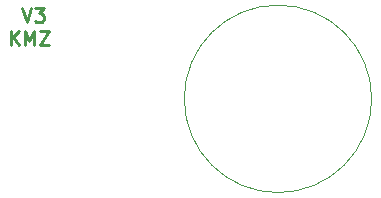
<source format=gbr>
%TF.GenerationSoftware,KiCad,Pcbnew,(6.0.0)*%
%TF.CreationDate,2022-07-24T16:27:14-05:00*%
%TF.ProjectId,DriveByWireMrSensor,44726976-6542-4795-9769-72654d725365,rev?*%
%TF.SameCoordinates,Original*%
%TF.FileFunction,Legend,Top*%
%TF.FilePolarity,Positive*%
%FSLAX46Y46*%
G04 Gerber Fmt 4.6, Leading zero omitted, Abs format (unit mm)*
G04 Created by KiCad (PCBNEW (6.0.0)) date 2022-07-24 16:27:14*
%MOMM*%
%LPD*%
G01*
G04 APERTURE LIST*
%ADD10C,0.250000*%
%ADD11C,0.120000*%
G04 APERTURE END LIST*
D10*
X90558571Y-74542857D02*
X90558571Y-73342857D01*
X91244285Y-74542857D02*
X90730000Y-73857142D01*
X91244285Y-73342857D02*
X90558571Y-74028571D01*
X91758571Y-74542857D02*
X91758571Y-73342857D01*
X92158571Y-74200000D01*
X92558571Y-73342857D01*
X92558571Y-74542857D01*
X93015714Y-73342857D02*
X93815714Y-73342857D01*
X93015714Y-74542857D01*
X93815714Y-74542857D01*
D11*
X121137500Y-79099999D02*
G75*
G03*
X121137500Y-79099999I-7937500J0D01*
G01*
D10*
X91528571Y-71412857D02*
X91928571Y-72612857D01*
X92328571Y-71412857D01*
X92614285Y-71412857D02*
X93357142Y-71412857D01*
X92957142Y-71870000D01*
X93128571Y-71870000D01*
X93242857Y-71927142D01*
X93300000Y-71984285D01*
X93357142Y-72098571D01*
X93357142Y-72384285D01*
X93300000Y-72498571D01*
X93242857Y-72555714D01*
X93128571Y-72612857D01*
X92785714Y-72612857D01*
X92671428Y-72555714D01*
X92614285Y-72498571D01*
M02*

</source>
